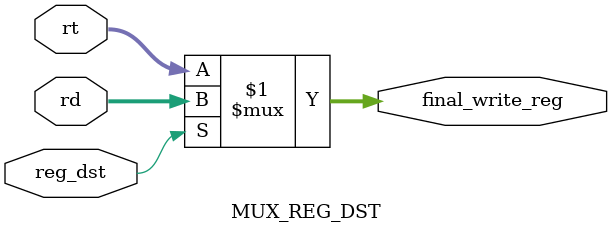
<source format=v>
module MUX_REG_DST (
    input  wire        reg_dst,          // control signal
    input  wire [4:0]  rt,               // rt field
    input  wire [4:0]  rd,               // rd field
    output wire [4:0]  final_write_reg   // output selected reg addr
);

    assign final_write_reg = (reg_dst) ? rd : rt;

endmodule

</source>
